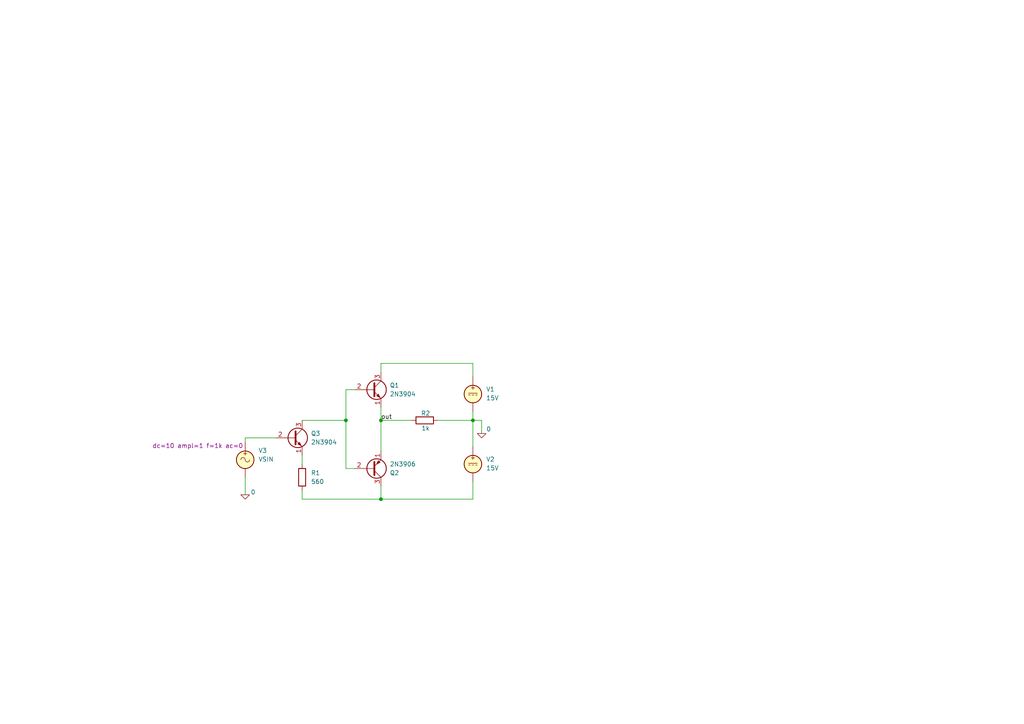
<source format=kicad_sch>
(kicad_sch (version 20250114) (generator "eeschema") (generator_version "9.0")
  (paper "A4")
  (lib_symbols
    (symbol "Device:R" (pin_numbers (hide yes)) (pin_names (offset 0))
      (property "Reference" "R" (at 2.032 0 90))
      (property "Value" "R" (at 0 0 90))
      (symbol "R_0_1"
        (rectangle (start -1.016 -2.54) (end 1.016 2.54) (stroke (width 0.254)))
      )
      (symbol "R_1_1"
        (pin passive line (at 0 3.81 270) (length 1.27) (name "~") (number "1"))
        (pin passive line (at 0 -3.81 90) (length 1.27) (name "~") (number "2"))
      )
    )
    (symbol "Simulation_SPICE:0" (power) (pin_numbers (hide yes)) (pin_names (offset 0) (hide yes))
      (property "Value" "0" (at 0 -2.54 0))
      (symbol "0_0_1"
        (polyline (pts (xy -1.27 0) (xy 0 -1.27) (xy 1.27 0) (xy -1.27 0)))
      )
      (symbol "0_1_1"
        (pin power_in line (at 0 0 0) (length 0) (name "~") (number "1"))
      )
    )
    (symbol "Simulation_SPICE:VDC" (pin_numbers (hide yes)) (pin_names (offset 0.0254))
      (property "Reference" "V" (at 2.54 2.54 0))
      (property "Value" "1" (at 2.54 0 0))
      (symbol "VDC_0_0"
        (polyline (pts (xy -1.27 0.254) (xy 1.27 0.254)))
        (polyline (pts (xy -0.762 -0.254) (xy -1.27 -0.254)))
        (polyline (pts (xy 0.254 -0.254) (xy -0.254 -0.254)))
        (polyline (pts (xy 1.27 -0.254) (xy 0.762 -0.254)))
        (text "+" (at 0 1.905 0) (effects (font (size 1.27 1.27))))
      )
      (symbol "VDC_0_1"
        (circle (center 0 0) (radius 2.54) (stroke (width 0.254)) (fill (type background)))
      )
      (symbol "VDC_1_1"
        (pin passive line (at 0 5.08 270) (length 2.54) (name "~") (number "1"))
        (pin passive line (at 0 -5.08 90) (length 2.54) (name "~") (number "2"))
      )
    )
    (symbol "Simulation_SPICE:VSIN" (pin_numbers (hide yes)) (pin_names (offset 0.0254))
      (property "Reference" "V" (at 2.54 2.54 0))
      (property "Value" "VSIN" (at 2.54 0 0))
      (property "Sim.Params" "dc=0 ampl=1 f=1k ac=1" (at 2.54 -2.54 0))
      (symbol "VSIN_0_0"
        (arc (start -1.27 0) (mid -0.635 0.6323) (end 0 0))
        (arc (start 1.27 0) (mid 0.635 -0.6323) (end 0 0))
        (text "+" (at 0 1.905 0) (effects (font (size 1.27 1.27))))
      )
      (symbol "VSIN_0_1"
        (circle (center 0 0) (radius 2.54) (stroke (width 0.254)) (fill (type background)))
      )
      (symbol "VSIN_1_1"
        (pin passive line (at 0 5.08 270) (length 2.54) (name "~") (number "1"))
        (pin passive line (at 0 -5.08 90) (length 2.54) (name "~") (number "2"))
      )
    )
    (symbol "Transistor_BJT:2N3904" (pin_names (offset 0) (hide yes))
      (property "Reference" "Q" (at 5.08 1.905 0))
      (property "Value" "2N3904" (at 5.08 0 0))
      (symbol "2N3904_0_1"
        (polyline (pts (xy -2.54 0) (xy 0.635 0)))
        (polyline (pts (xy 0.635 1.905) (xy 0.635 -1.905)) (stroke (width 0.508)))
        (circle (center 1.27 0) (radius 2.8194) (stroke (width 0.254)))
      )
      (symbol "2N3904_1_1"
        (polyline (pts (xy 0.635 0.635) (xy 2.54 2.54)))
        (polyline (pts (xy 0.635 -0.635) (xy 2.54 -2.54)))
        (polyline (pts (xy 1.27 -1.778) (xy 1.778 -1.27) (xy 2.286 -2.286) (xy 1.27 -1.778)) (fill (type outline)))
        (pin input line (at -5.08 0 0) (length 2.54) (name "B") (number "2"))
        (pin passive line (at 2.54 5.08 270) (length 2.54) (name "C") (number "3"))
        (pin passive line (at 2.54 -5.08 90) (length 2.54) (name "E") (number "1"))
      )
    )
    (symbol "Transistor_BJT:2N3906" (pin_names (offset 0) (hide yes))
      (property "Reference" "Q" (at 5.08 1.905 0))
      (property "Value" "2N3906" (at 5.08 0 0))
      (symbol "2N3906_0_1"
        (polyline (pts (xy -2.54 0) (xy 0.635 0)))
        (polyline (pts (xy 0.635 1.905) (xy 0.635 -1.905)) (stroke (width 0.508)))
        (polyline (pts (xy 0.635 0.635) (xy 2.54 2.54)))
        (polyline (pts (xy 0.635 -0.635) (xy 2.54 -2.54)))
        (circle (center 1.27 0) (radius 2.8194) (stroke (width 0.254)))
        (polyline (pts (xy 2.286 -1.778) (xy 1.778 -2.286) (xy 1.27 -1.27) (xy 2.286 -1.778)) (fill (type outline)))
      )
      (symbol "2N3906_1_1"
        (pin input line (at -5.08 0 0) (length 2.54) (name "B") (number "2"))
        (pin passive line (at 2.54 5.08 270) (length 2.54) (name "C") (number "3"))
        (pin passive line (at 2.54 -5.08 90) (length 2.54) (name "E") (number "1"))
      )
    )
  )
  (junction (at 137.16 121.92))
  (junction (at 100.33 121.92))
  (junction (at 110.49 144.78))
  (junction (at 110.49 121.92))
  (wire (pts (xy 137.16 105.41) (xy 137.16 109.22)))
  (wire (pts (xy 87.63 132.08) (xy 87.63 134.62)))
  (wire (pts (xy 100.33 113.03) (xy 100.33 121.92)))
  (wire (pts (xy 71.12 127) (xy 80.01 127)))
  (wire (pts (xy 87.63 144.78) (xy 87.63 142.24)))
  (wire (pts (xy 127 121.92) (xy 137.16 121.92)))
  (wire (pts (xy 137.16 144.78) (xy 137.16 139.7)))
  (wire (pts (xy 137.16 121.92) (xy 137.16 129.54)))
  (wire (pts (xy 110.49 105.41) (xy 110.49 107.95)))
  (wire (pts (xy 110.49 105.41) (xy 137.16 105.41)))
  (wire (pts (xy 71.12 128.27) (xy 71.12 127)))
  (wire (pts (xy 137.16 121.92) (xy 137.16 119.38)))
  (wire (pts (xy 139.7 121.92) (xy 137.16 121.92)))
  (wire (pts (xy 87.63 144.78) (xy 110.49 144.78)))
  (wire (pts (xy 139.7 125.73) (xy 139.7 121.92)))
  (wire (pts (xy 110.49 118.11) (xy 110.49 121.92)))
  (wire (pts (xy 100.33 135.89) (xy 102.87 135.89)))
  (wire (pts (xy 71.12 138.43) (xy 71.12 143.51)))
  (wire (pts (xy 110.49 121.92) (xy 110.49 130.81)))
  (wire (pts (xy 110.49 121.92) (xy 119.38 121.92)))
  (wire (pts (xy 110.49 140.97) (xy 110.49 144.78)))
  (wire (pts (xy 100.33 113.03) (xy 102.87 113.03)))
  (wire (pts (xy 137.16 144.78) (xy 110.49 144.78)))
  (wire (pts (xy 100.33 121.92) (xy 100.33 135.89)))
  (wire (pts (xy 87.63 121.92) (xy 100.33 121.92)))
  (label "out" (at 110.49 121.92 0))
  (symbol (lib_id "Simulation_SPICE:VDC") (at 137.16 134.62 0) (unit 1)
    (property "Reference" "V2" (at 140.97 133.2201 0) (effects (justify left)))
    (property "Value" "15V" (at 140.97 135.7601 0) (effects (justify left)))
    (property "Datasheet" "https://ngspice.sourceforge.io/docs/ngspice-html-manual/manual.xhtml#sec_Independent_Sources_for" (effects (hide yes)))
    (property "Description" "Voltage source, DC" (effects (hide yes)))
    (property "Sim.Pins" "1=+ 2=-" (effects (hide yes)))
    (property "Sim.Type" "DC" (effects (hide yes)))
    (property "Sim.Device" "V" (effects (hide yes)))
  )
  (symbol (lib_id "Device:R") (at 123.19 121.92 90) (unit 1)
    (property "Reference" "R2" (at 123.444 119.888 90))
    (property "Value" "1k" (at 123.444 124.206 90))
    (property "Description" "Resistor" (effects (hide yes)))
  )
  (symbol (lib_id "Transistor_BJT:2N3904") (at 107.95 113.03 0) (unit 1)
    (property "Reference" "Q1" (at 113.03 111.7599 0) (effects (justify left)))
    (property "Value" "2N3904" (at 113.03 114.2999 0) (effects (justify left)))
    (property "Footprint" "Package_TO_SOT_THT:TO-92_Inline" (effects (hide yes)))
    (property "Datasheet" "https://www.onsemi.com/pub/Collateral/2N3903-D.PDF" (effects (hide yes)))
    (property "Description" "0.2A Ic, 40V Vce, Small Signal NPN Transistor, TO-92" (effects (hide yes)))
    (property "Sim.Library" "mylib/2n3904-pspice.lib" (effects (hide yes)))
    (property "Sim.Name" "2N3904-pSpice" (effects (hide yes)))
    (property "Sim.Device" "NPN" (effects (hide yes)))
    (property "Sim.Type" "GUMMELPOON" (effects (hide yes)))
    (property "Sim.Pins" "1=E 2=B 3=C" (effects (hide yes)))
  )
  (symbol (lib_id "Simulation_SPICE:0") (at 139.7 125.73 0) (unit 1)
    (property "Reference" "#GND02" (effects (hide yes)))
    (property "Value" "0" (at 141.732 124.46 0))
    (property "Datasheet" "https://ngspice.sourceforge.io/docs/ngspice-html-manual/manual.xhtml#subsec_Circuit_elements__device" (effects (hide yes)))
    (property "Description" "0V reference potential for simulation" (effects (hide yes)))
  )
  (symbol (lib_id "Transistor_BJT:2N3904") (at 85.09 127 0) (unit 1)
    (property "Reference" "Q3" (at 90.17 125.7299 0) (effects (justify left)))
    (property "Value" "2N3904" (at 90.17 128.2699 0) (effects (justify left)))
    (property "Footprint" "Package_TO_SOT_THT:TO-92_Inline" (effects (hide yes)))
    (property "Datasheet" "https://www.onsemi.com/pub/Collateral/2N3903-D.PDF" (effects (hide yes)))
    (property "Description" "0.2A Ic, 40V Vce, Small Signal NPN Transistor, TO-92" (effects (hide yes)))
    (property "Sim.Library" "mylib/2n3904-pspice.lib" (effects (hide yes)))
    (property "Sim.Name" "2N3904-pSpice" (effects (hide yes)))
    (property "Sim.Device" "NPN" (effects (hide yes)))
    (property "Sim.Type" "GUMMELPOON" (effects (hide yes)))
    (property "Sim.Pins" "1=E 2=B 3=C" (effects (hide yes)))
  )
  (symbol (lib_id "Device:R") (at 87.63 138.43 0) (unit 1)
    (property "Reference" "R1" (at 90.17 137.1599 0) (effects (justify left)))
    (property "Value" "560" (at 90.17 139.6999 0) (effects (justify left)))
    (property "Description" "Resistor" (effects (hide yes)))
  )
  (symbol (lib_id "Simulation_SPICE:VDC") (at 137.16 114.3 0) (unit 1)
    (property "Reference" "V1" (at 140.97 112.9001 0) (effects (justify left)))
    (property "Value" "15V" (at 140.97 115.4401 0) (effects (justify left)))
    (property "Datasheet" "https://ngspice.sourceforge.io/docs/ngspice-html-manual/manual.xhtml#sec_Independent_Sources_for" (effects (hide yes)))
    (property "Description" "Voltage source, DC" (effects (hide yes)))
    (property "Sim.Pins" "1=+ 2=-" (effects (hide yes)))
    (property "Sim.Type" "DC" (effects (hide yes)))
    (property "Sim.Device" "V" (effects (hide yes)))
  )
  (symbol (lib_id "Simulation_SPICE:0") (at 71.12 143.51 0) (unit 1)
    (property "Reference" "#GND01" (effects (hide yes)))
    (property "Value" "0" (at 73.406 142.748 0))
    (property "Datasheet" "https://ngspice.sourceforge.io/docs/ngspice-html-manual/manual.xhtml#subsec_Circuit_elements__device" (effects (hide yes)))
    (property "Description" "0V reference potential for simulation" (effects (hide yes)))
  )
  (symbol (lib_id "Transistor_BJT:2N3906") (at 107.95 135.89 0) (mirror x) (unit 1)
    (property "Reference" "Q2" (at 113.03 137.1601 0) (effects (justify left)))
    (property "Value" "2N3906" (at 113.03 134.6201 0) (effects (justify left)))
    (property "Footprint" "Package_TO_SOT_THT:TO-92_Inline" (effects (hide yes)))
    (property "Datasheet" "https://www.onsemi.com/pub/Collateral/2N3906-D.PDF" (effects (hide yes)))
    (property "Description" "-0.2A Ic, -40V Vce, Small Signal PNP Transistor, TO-92" (effects (hide yes)))
    (property "Sim.Library" "mylib/2n3906.lib" (effects (hide yes)))
    (property "Sim.Name" "2N3906" (effects (hide yes)))
    (property "Sim.Device" "PNP" (effects (hide yes)))
    (property "Sim.Type" "GUMMELPOON" (effects (hide yes)))
    (property "Sim.Pins" "1=E 2=B 3=C" (effects (hide yes)))
  )
  (symbol (lib_id "Simulation_SPICE:VSIN") (at 71.12 133.35 0) (unit 1)
    (property "Reference" "V3" (at 74.93 130.6801 0) (effects (justify left)))
    (property "Value" "VSIN" (at 74.93 133.2201 0) (effects (justify left)))
    (property "Datasheet" "https://ngspice.sourceforge.io/docs/ngspice-html-manual/manual.xhtml#sec_Independent_Sources_for" (effects (hide yes)))
    (property "Description" "Voltage source, sinusoidal" (effects (hide yes)))
    (property "Sim.Pins" "1=+ 2=-" (effects (hide yes)))
    (property "Sim.Params" "dc=10 ampl=1 f=1k ac=0" (at 44.196 129.286 0) (effects (justify left)))
    (property "Sim.Type" "SIN" (effects (hide yes)))
    (property "Sim.Device" "V" (effects (hide yes)))
  )
)
</source>
